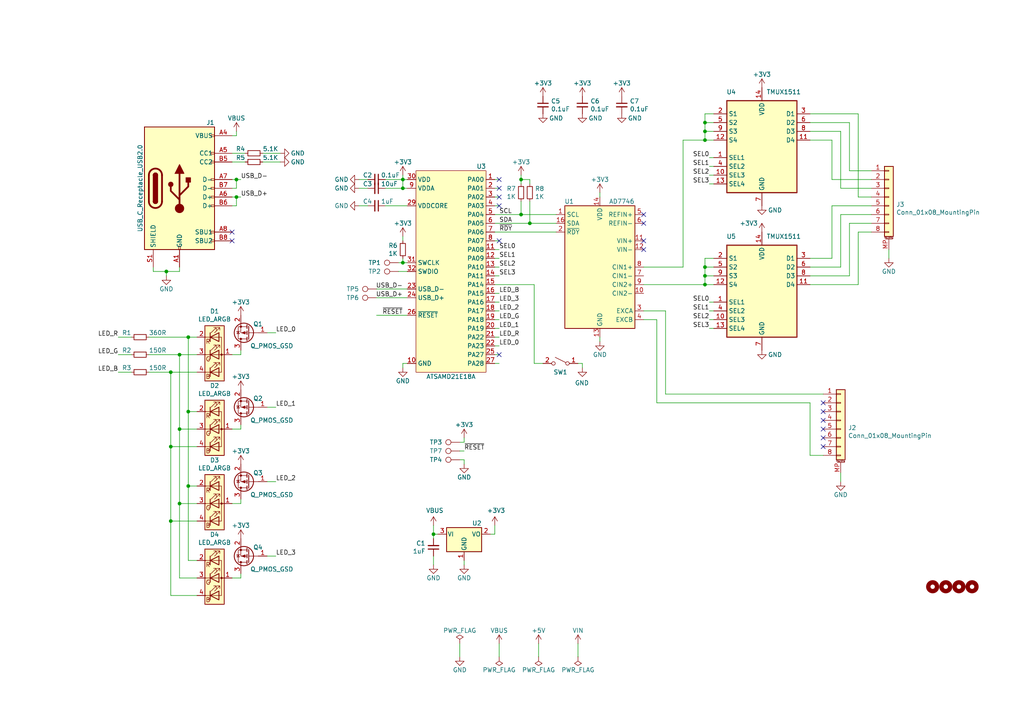
<source format=kicad_sch>
(kicad_sch (version 20200618) (host eeschema "5.99.0-unknown-73168a9~101~ubuntu18.04.1")
  (page 1 1)
  (paper "A4")
  (title_block (title "cap-sense-ctrl") (date "2020-07-09") (rev "r0.1") (company "GsD"))
  (lib_symbols
    (symbol "Analog_ADC:AD7746" (pin_names (offset 0.508))
      (property "Reference" "U" (at -10.16 18.415 0))
      (property "Value" "AD7746" (at 10.16 18.415 0))
      (symbol "AD7746_0_1"
        (rectangle (start -10.16 -17.78) (end 10.16 17.78) (stroke (width 0.254)) (fill (type background)))
      )
      (symbol "AD7746_1_1"
        (pin input line (at 12.7 15.24 180) (length 2.54) (name "SCL") (number "1"))
        (pin passive line (at -12.7 -7.62 0) (length 2.54) (name "CIN2-") (number "10"))
        (pin input line (at -12.7 7.62 0) (length 2.54) (name "VIN+") (number "11"))
        (pin input line (at -12.7 5.08 0) (length 2.54) (name "VIN-") (number "12"))
        (pin power_in line (at 0 -20.32 90) (length 2.54) (name "GND") (number "13"))
        (pin power_in line (at 0 20.32 270) (length 2.54) (name "VDD") (number "14"))
        (pin unconnected line (at 10.16 -15.24 180) (length 2.54) hide (name "NC") (number "15"))
        (pin bidirectional line (at 12.7 12.7 180) (length 2.54) (name "SDA") (number "16"))
        (pin output line (at 12.7 10.16 180) (length 2.54) (name "~RDY") (number "2"))
        (pin output line (at -12.7 -12.7 0) (length 2.54) (name "EXCA") (number "3"))
        (pin output line (at -12.7 -15.24 0) (length 2.54) (name "EXCB") (number "4"))
        (pin input line (at -12.7 15.24 0) (length 2.54) (name "REFIN+") (number "5"))
        (pin input line (at -12.7 12.7 0) (length 2.54) (name "REFIN-") (number "6"))
        (pin passive line (at -12.7 -2.54 0) (length 2.54) (name "CIN1-") (number "7"))
        (pin passive line (at -12.7 0 0) (length 2.54) (name "CIN1+") (number "8"))
        (pin passive line (at -12.7 -5.08 0) (length 2.54) (name "CIN2+") (number "9"))
      )
    )
    (symbol "Connector:TestPoint" (pin_numbers hide) (pin_names (offset 0.762) hide)
      (property "Reference" "TP" (at 0 6.858 0))
      (property "Value" "TestPoint" (at 0 5.08 0))
      (symbol "TestPoint_0_1"
        (circle (center 0 3.302) (radius 0.762))
      )
      (symbol "TestPoint_1_1"
        (pin passive line (at 0 0 90) (length 2.54) (name "1") (number "1"))
      )
    )
    (symbol "Connector:USB_C_Receptacle_USB2.0"
      (property "Reference" "J" (at -10.16 19.05 0))
      (property "Value" "USB_C_Receptacle_USB2.0" (at 19.05 19.05 0))
      (symbol "USB_C_Receptacle_USB2.0_0_1"
        (arc (start -8.89 -3.81) (end -5.08 -3.81) (radius (at -6.985 -3.81) (length 1.905) (angles -179.9 -0.1)) (stroke (width 0.508)))
        (arc (start -7.62 -3.81) (end -6.35 -3.81) (radius (at -6.985 -3.81) (length 0.635) (angles -179.9 -0.1)) (stroke (width 0.254)))
        (arc (start -7.62 -3.81) (end -6.35 -3.81) (radius (at -6.985 -3.81) (length 0.635) (angles -179.9 -0.1)) (stroke (width 0.254)) (fill (type outline)))
        (arc (start -6.35 3.81) (end -7.62 3.81) (radius (at -6.985 3.81) (length 0.635) (angles 0.1 179.9)) (stroke (width 0.254)) (fill (type outline)))
        (arc (start -6.35 3.81) (end -7.62 3.81) (radius (at -6.985 3.81) (length 0.635) (angles 0.1 179.9)) (stroke (width 0.254)))
        (arc (start -5.08 3.81) (end -8.89 3.81) (radius (at -6.985 3.81) (length 1.905) (angles 0.1 179.9)) (stroke (width 0.508)))
        (circle (center -2.54 1.143) (radius 0.635) (stroke (width 0.254)) (fill (type outline)))
        (circle (center 0 -5.842) (radius 1.27) (fill (type outline)))
        (rectangle (start -10.16 17.78) (end 10.16 -17.78) (stroke (width 0.254)) (fill (type background)))
        (rectangle (start -7.62 -3.81) (end -6.35 3.81) (stroke (width 0.254)) (fill (type outline)))
        (rectangle (start 1.905 1.778) (end 3.175 3.048) (stroke (width 0.254)) (fill (type outline)))
        (polyline (pts (xy -8.89 -3.81) (xy -8.89 3.81)) (stroke (width 0.508)))
        (polyline (pts (xy -5.08 3.81) (xy -5.08 -3.81)) (stroke (width 0.508)))
        (polyline (pts (xy 0 -5.842) (xy 0 4.318)) (stroke (width 0.508)))
        (polyline (pts (xy 0 -3.302) (xy -2.54 -0.762) (xy -2.54 0.508)) (stroke (width 0.508)))
        (polyline (pts (xy 0 -2.032) (xy 2.54 0.508) (xy 2.54 1.778)) (stroke (width 0.508)))
        (polyline (pts (xy -1.27 4.318) (xy 0 6.858) (xy 1.27 4.318) (xy -1.27 4.318)) (stroke (width 0.254)) (fill (type outline)))
      )
      (symbol "USB_C_Receptacle_USB2.0_0_0"
        (rectangle (start -0.254 -17.78) (end 0.254 -16.764))
        (rectangle (start 10.16 -14.986) (end 9.144 -15.494))
        (rectangle (start 10.16 -12.446) (end 9.144 -12.954))
        (rectangle (start 10.16 -4.826) (end 9.144 -5.334))
        (rectangle (start 10.16 -2.286) (end 9.144 -2.794))
        (rectangle (start 10.16 0.254) (end 9.144 -0.254))
        (rectangle (start 10.16 2.794) (end 9.144 2.286))
        (rectangle (start 10.16 7.874) (end 9.144 7.366))
        (rectangle (start 10.16 10.414) (end 9.144 9.906))
        (rectangle (start 10.16 15.494) (end 9.144 14.986))
      )
      (symbol "USB_C_Receptacle_USB2.0_1_1"
        (pin power_in line (at 0 -22.86 90) (length 5.08) (name "GND") (number "A1"))
        (pin passive line (at 0 -22.86 90) (length 5.08) hide (name "GND") (number "A12"))
        (pin power_in line (at 15.24 15.24 180) (length 5.08) (name "VBUS") (number "A4"))
        (pin bidirectional line (at 15.24 10.16 180) (length 5.08) (name "CC1") (number "A5"))
        (pin bidirectional line (at 15.24 -2.54 180) (length 5.08) (name "D+") (number "A6"))
        (pin bidirectional line (at 15.24 2.54 180) (length 5.08) (name "D-") (number "A7"))
        (pin bidirectional line (at 15.24 -12.7 180) (length 5.08) (name "SBU1") (number "A8"))
        (pin passive line (at 15.24 15.24 180) (length 5.08) hide (name "VBUS") (number "A9"))
        (pin passive line (at 0 -22.86 90) (length 5.08) hide (name "GND") (number "B1"))
        (pin passive line (at 0 -22.86 90) (length 5.08) hide (name "GND") (number "B12"))
        (pin passive line (at 15.24 15.24 180) (length 5.08) hide (name "VBUS") (number "B4"))
        (pin bidirectional line (at 15.24 7.62 180) (length 5.08) (name "CC2") (number "B5"))
        (pin bidirectional line (at 15.24 -5.08 180) (length 5.08) (name "D+") (number "B6"))
        (pin bidirectional line (at 15.24 0 180) (length 5.08) (name "D-") (number "B7"))
        (pin bidirectional line (at 15.24 -15.24 180) (length 5.08) (name "SBU2") (number "B8"))
        (pin passive line (at 15.24 15.24 180) (length 5.08) hide (name "VBUS") (number "B9"))
        (pin passive line (at -7.62 -22.86 90) (length 5.08) (name "SHIELD") (number "S1"))
      )
    )
    (symbol "Connector_Generic_MountingPin:Conn_01x08_MountingPin" (pin_names hide)
      (property "Reference" "J" (at 0 10.16 0))
      (property "Value" "Conn_01x08_MountingPin" (at 1.27 -12.7 0))
      (symbol "Conn_01x08_MountingPin_1_1"
        (text "Mounting" (at 0 -11.811 0) (effects (font (size 0.381 0.381))))
        (rectangle (start -1.27 -4.953) (end 0 -5.207) (stroke (width 0.1524)))
        (rectangle (start -1.27 -7.493) (end 0 -7.747) (stroke (width 0.1524)))
        (rectangle (start -1.27 -10.033) (end 0 -10.287) (stroke (width 0.1524)))
        (rectangle (start -1.27 -2.413) (end 0 -2.667) (stroke (width 0.1524)))
        (rectangle (start -1.27 2.667) (end 0 2.413) (stroke (width 0.1524)))
        (rectangle (start -1.27 5.207) (end 0 4.953) (stroke (width 0.1524)))
        (rectangle (start -1.27 7.747) (end 0 7.493) (stroke (width 0.1524)))
        (rectangle (start -1.27 8.89) (end 1.27 -11.43) (stroke (width 0.254)) (fill (type background)))
        (rectangle (start -1.27 0.127) (end 0 -0.127) (stroke (width 0.1524)))
        (polyline (pts (xy -1.016 -12.192) (xy 1.016 -12.192)) (stroke (width 0.1524)))
        (pin passive line (at 0 -15.24 90) (length 3.048) (name "MountPin") (number "MP"))
        (pin passive line (at -5.08 7.62 0) (length 3.81) (name "Pin_1") (number "1"))
        (pin passive line (at -5.08 5.08 0) (length 3.81) (name "Pin_2") (number "2"))
        (pin passive line (at -5.08 2.54 0) (length 3.81) (name "Pin_3") (number "3"))
        (pin passive line (at -5.08 0 0) (length 3.81) (name "Pin_4") (number "4"))
        (pin passive line (at -5.08 -2.54 0) (length 3.81) (name "Pin_5") (number "5"))
        (pin passive line (at -5.08 -5.08 0) (length 3.81) (name "Pin_6") (number "6"))
        (pin passive line (at -5.08 -7.62 0) (length 3.81) (name "Pin_7") (number "7"))
        (pin passive line (at -5.08 -10.16 0) (length 3.81) (name "Pin_8") (number "8"))
      )
    )
    (symbol "Device:C_Small" (pin_numbers hide) (pin_names (offset 0.254) hide)
      (property "Reference" "C" (at 0.254 1.778 0))
      (property "Value" "C_Small" (at 0.254 -2.032 0))
      (symbol "C_Small_0_1"
        (polyline (pts (xy -1.524 -0.508) (xy 1.524 -0.508)) (stroke (width 0.3302)))
        (polyline (pts (xy -1.524 0.508) (xy 1.524 0.508)) (stroke (width 0.3048)))
      )
      (symbol "C_Small_1_1"
        (pin passive line (at 0 2.54 270) (length 2.032) (name "~") (number "1"))
        (pin passive line (at 0 -2.54 90) (length 2.032) (name "~") (number "2"))
      )
    )
    (symbol "Device:LED_ARGB" (pin_names (offset 0) hide)
      (property "Reference" "D" (at 0 9.398 0))
      (property "Value" "LED_ARGB" (at 0 -8.89 0))
      (symbol "LED_ARGB_0_1"
        (circle (center 2.032 0) (radius 0.254) (fill (type outline)))
        (rectangle (start 1.27 6.35) (end 1.27 6.35))
        (rectangle (start 2.794 8.382) (end -2.794 -7.62) (stroke (width 0.254)) (fill (type background)))
        (polyline (pts (xy -2.54 -5.08) (xy 1.27 -5.08)))
        (polyline (pts (xy -1.27 -3.81) (xy -1.27 -6.35)) (stroke (width 0.254)))
        (polyline (pts (xy -1.27 1.27) (xy -1.27 -1.27)) (stroke (width 0.254)))
        (polyline (pts (xy -1.27 6.35) (xy -1.27 3.81)) (stroke (width 0.254)))
        (polyline (pts (xy 1.27 5.08) (xy -2.54 5.08)))
        (polyline (pts (xy 2.54 0) (xy -2.54 0)))
        (polyline (pts (xy 1.27 -5.08) (xy 2.032 -5.08) (xy 2.032 5.08) (xy 1.27 5.08)))
        (polyline (pts (xy 1.27 -3.81) (xy 1.27 -6.35) (xy -1.27 -5.08) (xy 1.27 -3.81)) (stroke (width 0.254)))
        (polyline (pts (xy 1.27 1.27) (xy 1.27 -1.27) (xy -1.27 0) (xy 1.27 1.27)) (stroke (width 0.254)))
        (polyline (pts (xy 1.27 6.35) (xy 1.27 3.81) (xy -1.27 5.08) (xy 1.27 6.35)) (stroke (width 0.254)))
        (polyline (pts (xy -1.016 -3.81) (xy 0.508 -2.286) (xy -0.254 -2.286) (xy 0.508 -2.286) (xy 0.508 -3.048)))
        (polyline (pts (xy -1.016 1.27) (xy 0.508 2.794) (xy -0.254 2.794) (xy 0.508 2.794) (xy 0.508 2.032)))
        (polyline (pts (xy -1.016 6.35) (xy 0.508 7.874) (xy -0.254 7.874) (xy 0.508 7.874) (xy 0.508 7.112)))
        (polyline (pts (xy 0 -3.81) (xy 1.524 -2.286) (xy 0.762 -2.286) (xy 1.524 -2.286) (xy 1.524 -3.048)))
        (polyline (pts (xy 0 1.27) (xy 1.524 2.794) (xy 0.762 2.794) (xy 1.524 2.794) (xy 1.524 2.032)))
        (polyline (pts (xy 0 6.35) (xy 1.524 7.874) (xy 0.762 7.874) (xy 1.524 7.874) (xy 1.524 7.112)))
      )
      (symbol "LED_ARGB_0_0"
        (text "B" (at -1.905 -6.35 0) (effects (font (size 1.27 1.27))))
        (text "G" (at -1.905 -1.27 0) (effects (font (size 1.27 1.27))))
        (text "R" (at -1.905 3.81 0) (effects (font (size 1.27 1.27))))
      )
      (symbol "LED_ARGB_1_1"
        (pin passive line (at 5.08 0 180) (length 2.54) (name "A") (number "1"))
        (pin passive line (at -5.08 5.08 0) (length 2.54) (name "RK") (number "2"))
        (pin passive line (at -5.08 0 0) (length 2.54) (name "GK") (number "3"))
        (pin passive line (at -5.08 -5.08 0) (length 2.54) (name "BK") (number "4"))
      )
    )
    (symbol "Device:Q_PMOS_GSD" (pin_names (offset 0) hide)
      (property "Reference" "Q" (at 5.08 1.27 0))
      (property "Value" "Q_PMOS_GSD" (at 5.08 -1.27 0))
      (symbol "Q_PMOS_GSD_0_1"
        (circle (center 1.651 0) (radius 2.794) (stroke (width 0.254)))
        (circle (center 2.54 -1.778) (radius 0.254) (fill (type outline)))
        (circle (center 2.54 1.778) (radius 0.254) (fill (type outline)))
        (polyline (pts (xy 0.254 0) (xy -2.54 0)))
        (polyline (pts (xy 0.254 1.905) (xy 0.254 -1.905)) (stroke (width 0.254)))
        (polyline (pts (xy 0.762 -1.27) (xy 0.762 -2.286)) (stroke (width 0.254)))
        (polyline (pts (xy 0.762 0.508) (xy 0.762 -0.508)) (stroke (width 0.254)))
        (polyline (pts (xy 0.762 2.286) (xy 0.762 1.27)) (stroke (width 0.254)))
        (polyline (pts (xy 2.54 2.54) (xy 2.54 1.778)))
        (polyline (pts (xy 2.54 -2.54) (xy 2.54 0) (xy 0.762 0)))
        (polyline (pts (xy 0.762 1.778) (xy 3.302 1.778) (xy 3.302 -1.778) (xy 0.762 -1.778)))
        (polyline (pts (xy 2.286 0) (xy 1.27 0.381) (xy 1.27 -0.381) (xy 2.286 0)) (fill (type outline)))
        (polyline (pts (xy 2.794 -0.508) (xy 2.921 -0.381) (xy 3.683 -0.381) (xy 3.81 -0.254)))
        (polyline (pts (xy 3.302 -0.381) (xy 2.921 0.254) (xy 3.683 0.254) (xy 3.302 -0.381)))
      )
      (symbol "Q_PMOS_GSD_1_1"
        (pin input line (at -5.08 0 0) (length 2.54) (name "G") (number "1"))
        (pin passive line (at 2.54 -5.08 90) (length 2.54) (name "S") (number "2"))
        (pin passive line (at 2.54 5.08 270) (length 2.54) (name "D") (number "3"))
      )
    )
    (symbol "Device:R_Small" (pin_numbers hide) (pin_names (offset 0.254) hide)
      (property "Reference" "R" (at 0.762 0.508 0))
      (property "Value" "R_Small" (at 0.762 -1.016 0))
      (symbol "R_Small_0_1"
        (rectangle (start -0.762 1.778) (end 0.762 -1.778) (stroke (width 0.2032)))
      )
      (symbol "R_Small_1_1"
        (pin passive line (at 0 2.54 270) (length 0.762) (name "~") (number "1"))
        (pin passive line (at 0 -2.54 90) (length 0.762) (name "~") (number "2"))
      )
    )
    (symbol "Mechanical:MountingHole"
      (property "Reference" "H" (at 0 5.08 0))
      (property "Value" "MountingHole" (at 0 3.175 0))
      (symbol "MountingHole_0_1"
        (circle (center 0 0) (radius 1.27) (stroke (width 1.27)))
      )
    )
    (symbol "Regulator_Linear:MCP1700-3302E_SOT23" (pin_names (offset 0.254))
      (property "Reference" "U" (at -3.81 3.175 0))
      (property "Value" "MCP1700-3302E_SOT23" (at 0 3.175 0))
      (symbol "MCP1700-3302E_SOT23_0_1"
        (rectangle (start -5.08 1.905) (end 5.08 -5.08) (stroke (width 0.254)) (fill (type background)))
      )
      (symbol "MCP1700-3302E_SOT23_1_1"
        (pin power_in line (at 0 -7.62 90) (length 2.54) (name "GND") (number "1"))
        (pin power_out line (at 7.62 0 180) (length 2.54) (name "VO") (number "2"))
        (pin power_in line (at -7.62 0 0) (length 2.54) (name "VI") (number "3"))
      )
    )
    (symbol "Switch:SW_SPST" (pin_names (offset 0) hide)
      (property "Reference" "SW" (at 0 3.175 0))
      (property "Value" "SW_SPST" (at 0 -2.54 0))
      (symbol "SW_SPST_0_0"
        (circle (center -2.032 0) (radius 0.508))
        (circle (center 2.032 0) (radius 0.508))
        (polyline (pts (xy -1.524 0.254) (xy 1.524 1.778)))
      )
      (symbol "SW_SPST_1_1"
        (pin passive line (at -5.08 0 0) (length 2.54) (name "A") (number "1"))
        (pin passive line (at 5.08 0 180) (length 2.54) (name "B") (number "2"))
      )
    )
    (symbol "cap-sense-flex:TMUX1511"
      (property "Reference" "U" (at -8.89 15.24 0))
      (property "Value" "TMUX1511" (at 6.35 15.24 0))
      (symbol "TMUX1511_0_1"
        (rectangle (start -10.16 13.97) (end 10.16 -12.7) (stroke (width 0.3302)) (fill (type background)))
      )
      (symbol "TMUX1511_1_1"
        (pin input line (at -13.97 -2.54 0) (length 3.81) (name "SEL1") (number "1"))
        (pin input line (at -13.97 10.16 0) (length 3.81) (name "S1") (number "2"))
        (pin input line (at 13.97 10.16 180) (length 3.81) (name "D1") (number "3"))
        (pin input line (at -13.97 -5.08 0) (length 3.81) (name "SEL2") (number "4"))
        (pin input line (at -13.97 7.62 0) (length 3.81) (name "S2") (number "5"))
        (pin input line (at 13.97 7.62 180) (length 3.81) (name "D2") (number "6"))
        (pin input line (at 0 -16.51 90) (length 3.81) (name "GND") (number "7"))
        (pin input line (at 13.97 5.08 180) (length 3.81) (name "D3") (number "8"))
        (pin input line (at -13.97 5.08 0) (length 3.81) (name "S3") (number "9"))
        (pin input line (at -13.97 -7.62 0) (length 3.81) (name "SEL3") (number "10"))
        (pin input line (at 13.97 2.54 180) (length 3.81) (name "D4") (number "11"))
        (pin input line (at -13.97 2.54 0) (length 3.81) (name "S4") (number "12"))
        (pin input line (at -13.97 -10.16 0) (length 3.81) (name "SEL4") (number "13"))
        (pin input line (at 0 17.78 270) (length 3.81) (name "VDD") (number "14"))
      )
    )
    (symbol "power:+3.3V" (power) (pin_names (offset 0))
      (property "Value" "+3.3V" (at 0 3.556 0))
      (symbol "+3.3V_0_1"
        (polyline (pts (xy -0.762 1.27) (xy 0 2.54)))
        (polyline (pts (xy 0 0) (xy 0 2.54)))
        (polyline (pts (xy 0 2.54) (xy 0.762 1.27)))
      )
      (symbol "+3.3V_1_1"
        (pin power_in line (at 0 0 90) (length 0) hide (name "+3V3") (number "1"))
      )
    )
    (symbol "power:+5V" (power) (pin_names (offset 0))
      (property "Value" "+5V" (at 0 3.556 0))
      (symbol "+5V_0_1"
        (polyline (pts (xy -0.762 1.27) (xy 0 2.54)))
        (polyline (pts (xy 0 0) (xy 0 2.54)))
        (polyline (pts (xy 0 2.54) (xy 0.762 1.27)))
      )
      (symbol "+5V_1_1"
        (pin power_in line (at 0 0 90) (length 0) hide (name "+5V") (number "1"))
      )
    )
    (symbol "power:GND" (power) (pin_names (offset 0))
      (property "Value" "GND" (at 0 -3.81 0))
      (symbol "GND_0_1"
        (polyline (pts (xy 0 0) (xy 0 -1.27) (xy 1.27 -1.27) (xy 0 -2.54) (xy -1.27 -1.27) (xy 0 -1.27)))
      )
      (symbol "GND_1_1"
        (pin power_in line (at 0 0 270) (length 0) hide (name "GND") (number "1"))
      )
    )
    (symbol "power:PWR_FLAG" (power) (pin_numbers hide) (pin_names (offset 0) hide)
      (property "Value" "PWR_FLAG" (at 0 3.81 0))
      (symbol "PWR_FLAG_0_1"
        (polyline (pts (xy 0 0) (xy 0 1.27) (xy -1.016 1.905) (xy 0 2.54) (xy 1.016 1.905) (xy 0 1.27)))
      )
      (symbol "PWR_FLAG_0_0"
        (pin power_out line (at 0 0 90) (length 0) (name "pwr") (number "1"))
      )
    )
    (symbol "power:VBUS" (power) (pin_names (offset 0))
      (property "Value" "VBUS" (at 0 3.81 0))
      (symbol "VBUS_0_1"
        (polyline (pts (xy -0.762 1.27) (xy 0 2.54)))
        (polyline (pts (xy 0 0) (xy 0 2.54)))
        (polyline (pts (xy 0 2.54) (xy 0.762 1.27)))
      )
      (symbol "VBUS_1_1"
        (pin power_in line (at 0 0 90) (length 0) hide (name "VBUS") (number "1"))
      )
    )
    (symbol "serpente-rescue:ATSAMD21E1xA-MCU_Microchip_SAMD_Extra"
      (property "Reference" "U" (at 10.16 31.75 0))
      (property "Value" "ATSAMD21E1xA-MCU_Microchip_SAMD_Extra" (at 0 -29.21 0))
      (symbol "ATSAMD21E1xA-MCU_Microchip_SAMD_Extra_0_1"
        (rectangle (start -10.16 30.48) (end 10.16 -27.94) (fill (type background)))
      )
      (symbol "ATSAMD21E1xA-MCU_Microchip_SAMD_Extra_1_1"
        (pin bidirectional line (at 12.7 27.94 180) (length 2.54) (name "PA00") (number "1"))
        (pin power_in line (at -12.7 -25.4 0) (length 2.54) (name "GND") (number "10"))
        (pin bidirectional line (at 12.7 7.62 180) (length 2.54) (name "PA08") (number "11"))
        (pin bidirectional line (at 12.7 5.08 180) (length 2.54) (name "PA09") (number "12"))
        (pin bidirectional line (at 12.7 2.54 180) (length 2.54) (name "PA10") (number "13"))
        (pin bidirectional line (at 12.7 0 180) (length 2.54) (name "PA11") (number "14"))
        (pin bidirectional line (at 12.7 -2.54 180) (length 2.54) (name "PA14") (number "15"))
        (pin bidirectional line (at 12.7 -5.08 180) (length 2.54) (name "PA15") (number "16"))
        (pin bidirectional line (at 12.7 -7.62 180) (length 2.54) (name "PA16") (number "17"))
        (pin bidirectional line (at 12.7 -10.16 180) (length 2.54) (name "PA17") (number "18"))
        (pin bidirectional line (at 12.7 -12.7 180) (length 2.54) (name "PA18") (number "19"))
        (pin bidirectional line (at 12.7 25.4 180) (length 2.54) (name "PA01") (number "2"))
        (pin bidirectional line (at 12.7 -15.24 180) (length 2.54) (name "PA19") (number "20"))
        (pin bidirectional line (at 12.7 -17.78 180) (length 2.54) (name "PA22") (number "21"))
        (pin bidirectional line (at 12.7 -20.32 180) (length 2.54) (name "PA23") (number "22"))
        (pin bidirectional line (at -12.7 -3.81 0) (length 2.54) (name "USB_D-") (number "23"))
        (pin bidirectional line (at -12.7 -6.35 0) (length 2.54) (name "USB_D+") (number "24"))
        (pin bidirectional line (at 12.7 -22.86 180) (length 2.54) (name "PA27") (number "25"))
        (pin input line (at -12.7 -11.43 0) (length 2.54) (name "~RESET~") (number "26"))
        (pin bidirectional line (at 12.7 -25.4 180) (length 2.54) (name "PA28") (number "27"))
        (pin passive line (at -12.7 -25.4 0) (length 2.54) hide (name "GND") (number "28"))
        (pin power_out line (at -12.7 20.32 0) (length 2.54) (name "VDDCORE") (number "29"))
        (pin bidirectional line (at 12.7 22.86 180) (length 2.54) (name "PA02") (number "3"))
        (pin power_in line (at -12.7 27.94 0) (length 2.54) (name "VDD") (number "30"))
        (pin input line (at -12.7 3.81 0) (length 2.54) (name "SWCLK") (number "31"))
        (pin bidirectional line (at -12.7 1.27 0) (length 2.54) (name "SWDIO") (number "32"))
        (pin bidirectional line (at 12.7 20.32 180) (length 2.54) (name "PA03") (number "4"))
        (pin bidirectional line (at 12.7 17.78 180) (length 2.54) (name "PA04") (number "5"))
        (pin bidirectional line (at 12.7 15.24 180) (length 2.54) (name "PA05") (number "6"))
        (pin bidirectional line (at 12.7 12.7 180) (length 2.54) (name "PA06") (number "7"))
        (pin bidirectional line (at 12.7 10.16 180) (length 2.54) (name "PA07") (number "8"))
        (pin power_in line (at -12.7 25.4 0) (length 2.54) (name "VDDA") (number "9"))
      )
    )
    (symbol "serpente-rescue:VIN-power_extra" (power) (pin_names (offset 0))
      (property "Value" "VIN-power_extra" (at 0 3.556 0))
      (symbol "VIN-power_extra_0_1"
        (polyline (pts (xy -0.762 1.27) (xy 0 2.54)))
        (polyline (pts (xy 0 0) (xy 0 2.54)))
        (polyline (pts (xy 0 2.54) (xy 0.762 1.27)))
      )
      (symbol "VIN-power_extra_1_1"
        (pin power_in line (at 0 0 90) (length 0) hide (name "VIN") (number "1"))
      )
    )
  )
  (junction (at 48.26 78.74))
  (junction (at 49.53 107.95))
  (junction (at 49.53 129.54))
  (junction (at 49.53 151.13))
  (junction (at 52.07 102.87))
  (junction (at 52.07 124.46))
  (junction (at 52.07 146.05))
  (junction (at 54.61 97.79))
  (junction (at 54.61 119.38))
  (junction (at 54.61 140.97))
  (junction (at 68.58 52.07))
  (junction (at 68.58 57.15))
  (junction (at 116.84 52.07))
  (junction (at 116.84 54.61))
  (junction (at 116.84 76.2))
  (junction (at 125.73 154.94))
  (junction (at 151.13 52.07))
  (junction (at 151.13 62.23))
  (junction (at 153.67 64.77))
  (junction (at 204.47 35.56))
  (junction (at 204.47 38.1))
  (junction (at 204.47 40.64))
  (junction (at 204.47 77.47))
  (junction (at 204.47 80.01))
  (junction (at 204.47 82.55))
  (no_connect (at 238.76 124.46))
  (no_connect (at 186.69 69.85))
  (no_connect (at 238.76 119.38))
  (no_connect (at 144.78 69.85))
  (no_connect (at 144.78 57.15))
  (no_connect (at 238.76 121.92))
  (no_connect (at 144.78 102.87))
  (no_connect (at 144.78 52.07))
  (no_connect (at 186.69 64.77))
  (no_connect (at 144.78 54.61))
  (no_connect (at 67.31 69.85))
  (no_connect (at 186.69 72.39))
  (no_connect (at 144.78 59.69))
  (no_connect (at 238.76 116.84))
  (no_connect (at 186.69 62.23))
  (no_connect (at 238.76 127))
  (no_connect (at 238.76 129.54))
  (no_connect (at 67.31 67.31))
  (wire (pts (xy 34.29 107.95) (xy 38.1 107.95)))
  (wire (pts (xy 38.1 97.79) (xy 34.29 97.79)))
  (wire (pts (xy 38.1 102.87) (xy 34.29 102.87)))
  (wire (pts (xy 43.18 97.79) (xy 54.61 97.79)))
  (wire (pts (xy 43.18 102.87) (xy 52.07 102.87)))
  (wire (pts (xy 43.18 107.95) (xy 49.53 107.95)))
  (wire (pts (xy 44.45 77.47) (xy 44.45 78.74)))
  (wire (pts (xy 44.45 78.74) (xy 48.26 78.74)))
  (wire (pts (xy 48.26 78.74) (xy 48.26 80.01)))
  (wire (pts (xy 48.26 78.74) (xy 52.07 78.74)))
  (wire (pts (xy 49.53 107.95) (xy 49.53 129.54)))
  (wire (pts (xy 49.53 107.95) (xy 57.15 107.95)))
  (wire (pts (xy 49.53 129.54) (xy 49.53 151.13)))
  (wire (pts (xy 49.53 129.54) (xy 57.15 129.54)))
  (wire (pts (xy 49.53 151.13) (xy 49.53 172.72)))
  (wire (pts (xy 49.53 151.13) (xy 57.15 151.13)))
  (wire (pts (xy 49.53 172.72) (xy 57.15 172.72)))
  (wire (pts (xy 52.07 78.74) (xy 52.07 77.47)))
  (wire (pts (xy 52.07 102.87) (xy 52.07 124.46)))
  (wire (pts (xy 52.07 102.87) (xy 57.15 102.87)))
  (wire (pts (xy 52.07 124.46) (xy 52.07 146.05)))
  (wire (pts (xy 52.07 124.46) (xy 57.15 124.46)))
  (wire (pts (xy 52.07 146.05) (xy 52.07 167.64)))
  (wire (pts (xy 52.07 146.05) (xy 57.15 146.05)))
  (wire (pts (xy 52.07 167.64) (xy 57.15 167.64)))
  (wire (pts (xy 54.61 97.79) (xy 54.61 119.38)))
  (wire (pts (xy 54.61 97.79) (xy 57.15 97.79)))
  (wire (pts (xy 54.61 119.38) (xy 54.61 140.97)))
  (wire (pts (xy 54.61 119.38) (xy 57.15 119.38)))
  (wire (pts (xy 54.61 140.97) (xy 54.61 162.56)))
  (wire (pts (xy 54.61 140.97) (xy 57.15 140.97)))
  (wire (pts (xy 54.61 162.56) (xy 57.15 162.56)))
  (wire (pts (xy 67.31 39.37) (xy 68.58 39.37)))
  (wire (pts (xy 67.31 44.45) (xy 71.12 44.45)))
  (wire (pts (xy 67.31 46.99) (xy 71.12 46.99)))
  (wire (pts (xy 67.31 52.07) (xy 68.58 52.07)))
  (wire (pts (xy 67.31 54.61) (xy 68.58 54.61)))
  (wire (pts (xy 67.31 59.69) (xy 68.58 59.69)))
  (wire (pts (xy 67.31 102.87) (xy 69.85 102.87)))
  (wire (pts (xy 67.31 124.46) (xy 69.85 124.46)))
  (wire (pts (xy 67.31 146.05) (xy 69.85 146.05)))
  (wire (pts (xy 67.31 167.64) (xy 69.85 167.64)))
  (wire (pts (xy 68.58 39.37) (xy 68.58 38.1)))
  (wire (pts (xy 68.58 52.07) (xy 69.85 52.07)))
  (wire (pts (xy 68.58 54.61) (xy 68.58 52.07)))
  (wire (pts (xy 68.58 57.15) (xy 67.31 57.15)))
  (wire (pts (xy 68.58 57.15) (xy 69.85 57.15)))
  (wire (pts (xy 68.58 59.69) (xy 68.58 57.15)))
  (wire (pts (xy 69.85 102.87) (xy 69.85 101.6)))
  (wire (pts (xy 69.85 124.46) (xy 69.85 123.19)))
  (wire (pts (xy 69.85 146.05) (xy 69.85 144.78)))
  (wire (pts (xy 69.85 167.64) (xy 69.85 166.37)))
  (wire (pts (xy 76.2 44.45) (xy 81.28 44.45)))
  (wire (pts (xy 76.2 46.99) (xy 81.28 46.99)))
  (wire (pts (xy 77.47 96.52) (xy 80.01 96.52)))
  (wire (pts (xy 77.47 118.11) (xy 80.01 118.11)))
  (wire (pts (xy 77.47 139.7) (xy 80.01 139.7)))
  (wire (pts (xy 77.47 161.29) (xy 80.01 161.29)))
  (wire (pts (xy 106.68 52.07) (xy 104.14 52.07)))
  (wire (pts (xy 106.68 54.61) (xy 104.14 54.61)))
  (wire (pts (xy 106.68 59.69) (xy 104.14 59.69)))
  (wire (pts (xy 109.22 83.82) (xy 118.11 83.82)))
  (wire (pts (xy 109.22 86.36) (xy 118.11 86.36)))
  (wire (pts (xy 109.22 91.44) (xy 118.11 91.44)))
  (wire (pts (xy 111.76 54.61) (xy 116.84 54.61)))
  (wire (pts (xy 116.84 52.07) (xy 111.76 52.07)))
  (wire (pts (xy 116.84 52.07) (xy 116.84 50.8)))
  (wire (pts (xy 116.84 54.61) (xy 116.84 52.07)))
  (wire (pts (xy 116.84 69.85) (xy 116.84 68.58)))
  (wire (pts (xy 116.84 76.2) (xy 115.57 76.2)))
  (wire (pts (xy 116.84 76.2) (xy 116.84 74.93)))
  (wire (pts (xy 116.84 105.41) (xy 116.84 106.68)))
  (wire (pts (xy 118.11 52.07) (xy 116.84 52.07)))
  (wire (pts (xy 118.11 54.61) (xy 116.84 54.61)))
  (wire (pts (xy 118.11 59.69) (xy 111.76 59.69)))
  (wire (pts (xy 118.11 76.2) (xy 116.84 76.2)))
  (wire (pts (xy 118.11 78.74) (xy 115.57 78.74)))
  (wire (pts (xy 118.11 105.41) (xy 116.84 105.41)))
  (wire (pts (xy 125.73 152.4) (xy 125.73 154.94)))
  (wire (pts (xy 125.73 154.94) (xy 125.73 156.21)))
  (wire (pts (xy 125.73 161.29) (xy 125.73 163.83)))
  (wire (pts (xy 127 154.94) (xy 125.73 154.94)))
  (wire (pts (xy 133.35 128.27) (xy 134.62 128.27)))
  (wire (pts (xy 133.35 130.81) (xy 134.62 130.81)))
  (wire (pts (xy 133.35 133.35) (xy 134.62 133.35)))
  (wire (pts (xy 133.35 186.69) (xy 133.35 190.5)))
  (wire (pts (xy 134.62 128.27) (xy 134.62 127)))
  (wire (pts (xy 134.62 133.35) (xy 134.62 134.62)))
  (wire (pts (xy 134.62 162.56) (xy 134.62 163.83)))
  (wire (pts (xy 142.24 154.94) (xy 143.51 154.94)))
  (wire (pts (xy 143.51 52.07) (xy 144.78 52.07)))
  (wire (pts (xy 143.51 54.61) (xy 144.78 54.61)))
  (wire (pts (xy 143.51 57.15) (xy 144.78 57.15)))
  (wire (pts (xy 143.51 59.69) (xy 144.78 59.69)))
  (wire (pts (xy 143.51 62.23) (xy 151.13 62.23)))
  (wire (pts (xy 143.51 64.77) (xy 153.67 64.77)))
  (wire (pts (xy 143.51 67.31) (xy 161.29 67.31)))
  (wire (pts (xy 143.51 69.85) (xy 144.78 69.85)))
  (wire (pts (xy 143.51 72.39) (xy 144.78 72.39)))
  (wire (pts (xy 143.51 74.93) (xy 144.78 74.93)))
  (wire (pts (xy 143.51 77.47) (xy 144.78 77.47)))
  (wire (pts (xy 143.51 80.01) (xy 144.78 80.01)))
  (wire (pts (xy 143.51 82.55) (xy 154.94 82.55)))
  (wire (pts (xy 143.51 85.09) (xy 144.78 85.09)))
  (wire (pts (xy 143.51 87.63) (xy 144.78 87.63)))
  (wire (pts (xy 143.51 90.17) (xy 144.78 90.17)))
  (wire (pts (xy 143.51 92.71) (xy 144.78 92.71)))
  (wire (pts (xy 143.51 95.25) (xy 144.78 95.25)))
  (wire (pts (xy 143.51 97.79) (xy 144.78 97.79)))
  (wire (pts (xy 143.51 100.33) (xy 144.78 100.33)))
  (wire (pts (xy 143.51 102.87) (xy 144.78 102.87)))
  (wire (pts (xy 143.51 105.41) (xy 144.78 105.41)))
  (wire (pts (xy 143.51 154.94) (xy 143.51 152.4)))
  (wire (pts (xy 144.78 186.69) (xy 144.78 190.5)))
  (wire (pts (xy 151.13 52.07) (xy 151.13 50.8)))
  (wire (pts (xy 151.13 52.07) (xy 153.67 52.07)))
  (wire (pts (xy 151.13 53.34) (xy 151.13 52.07)))
  (wire (pts (xy 151.13 58.42) (xy 151.13 62.23)))
  (wire (pts (xy 151.13 62.23) (xy 161.29 62.23)))
  (wire (pts (xy 153.67 53.34) (xy 153.67 52.07)))
  (wire (pts (xy 153.67 58.42) (xy 153.67 64.77)))
  (wire (pts (xy 153.67 64.77) (xy 161.29 64.77)))
  (wire (pts (xy 154.94 82.55) (xy 154.94 105.41)))
  (wire (pts (xy 154.94 105.41) (xy 157.48 105.41)))
  (wire (pts (xy 156.21 186.69) (xy 156.21 190.5)))
  (wire (pts (xy 167.64 105.41) (xy 168.91 105.41)))
  (wire (pts (xy 167.64 186.69) (xy 167.64 190.5)))
  (wire (pts (xy 168.91 105.41) (xy 168.91 106.68)))
  (wire (pts (xy 173.99 55.88) (xy 173.99 57.15)))
  (wire (pts (xy 173.99 97.79) (xy 173.99 99.06)))
  (wire (pts (xy 186.69 82.55) (xy 204.47 82.55)))
  (wire (pts (xy 186.69 92.71) (xy 190.5 92.71)))
  (wire (pts (xy 190.5 92.71) (xy 190.5 116.84)))
  (wire (pts (xy 190.5 116.84) (xy 234.95 116.84)))
  (wire (pts (xy 193.04 90.17) (xy 186.69 90.17)))
  (wire (pts (xy 193.04 114.3) (xy 193.04 90.17)))
  (wire (pts (xy 193.04 114.3) (xy 238.76 114.3)))
  (wire (pts (xy 198.12 40.64) (xy 198.12 77.47)))
  (wire (pts (xy 198.12 77.47) (xy 186.69 77.47)))
  (wire (pts (xy 204.47 33.02) (xy 204.47 35.56)))
  (wire (pts (xy 204.47 35.56) (xy 204.47 38.1)))
  (wire (pts (xy 204.47 38.1) (xy 204.47 40.64)))
  (wire (pts (xy 204.47 40.64) (xy 198.12 40.64)))
  (wire (pts (xy 204.47 74.93) (xy 204.47 77.47)))
  (wire (pts (xy 204.47 77.47) (xy 204.47 80.01)))
  (wire (pts (xy 204.47 80.01) (xy 204.47 82.55)))
  (wire (pts (xy 204.47 82.55) (xy 207.01 82.55)))
  (wire (pts (xy 207.01 33.02) (xy 204.47 33.02)))
  (wire (pts (xy 207.01 35.56) (xy 204.47 35.56)))
  (wire (pts (xy 207.01 38.1) (xy 204.47 38.1)))
  (wire (pts (xy 207.01 40.64) (xy 204.47 40.64)))
  (wire (pts (xy 207.01 45.72) (xy 205.74 45.72)))
  (wire (pts (xy 207.01 48.26) (xy 205.74 48.26)))
  (wire (pts (xy 207.01 50.8) (xy 205.74 50.8)))
  (wire (pts (xy 207.01 53.34) (xy 205.74 53.34)))
  (wire (pts (xy 207.01 74.93) (xy 204.47 74.93)))
  (wire (pts (xy 207.01 77.47) (xy 204.47 77.47)))
  (wire (pts (xy 207.01 80.01) (xy 204.47 80.01)))
  (wire (pts (xy 207.01 87.63) (xy 205.74 87.63)))
  (wire (pts (xy 207.01 90.17) (xy 205.74 90.17)))
  (wire (pts (xy 207.01 92.71) (xy 205.74 92.71)))
  (wire (pts (xy 207.01 95.25) (xy 205.74 95.25)))
  (wire (pts (xy 234.95 33.02) (xy 248.92 33.02)))
  (wire (pts (xy 234.95 38.1) (xy 243.84 38.1)))
  (wire (pts (xy 234.95 74.93) (xy 241.3 74.93)))
  (wire (pts (xy 234.95 80.01) (xy 246.38 80.01)))
  (wire (pts (xy 234.95 82.55) (xy 248.92 82.55)))
  (wire (pts (xy 234.95 116.84) (xy 234.95 132.08)))
  (wire (pts (xy 234.95 132.08) (xy 238.76 132.08)))
  (wire (pts (xy 241.3 40.64) (xy 234.95 40.64)))
  (wire (pts (xy 241.3 40.64) (xy 241.3 52.07)))
  (wire (pts (xy 241.3 52.07) (xy 252.73 52.07)))
  (wire (pts (xy 241.3 59.69) (xy 252.73 59.69)))
  (wire (pts (xy 241.3 74.93) (xy 241.3 59.69)))
  (wire (pts (xy 243.84 38.1) (xy 243.84 54.61)))
  (wire (pts (xy 243.84 54.61) (xy 252.73 54.61)))
  (wire (pts (xy 243.84 62.23) (xy 243.84 77.47)))
  (wire (pts (xy 243.84 77.47) (xy 234.95 77.47)))
  (wire (pts (xy 243.84 137.16) (xy 243.84 139.7)))
  (wire (pts (xy 246.38 35.56) (xy 234.95 35.56)))
  (wire (pts (xy 246.38 35.56) (xy 246.38 49.53)))
  (wire (pts (xy 246.38 49.53) (xy 252.73 49.53)))
  (wire (pts (xy 246.38 64.77) (xy 252.73 64.77)))
  (wire (pts (xy 246.38 80.01) (xy 246.38 64.77)))
  (wire (pts (xy 248.92 33.02) (xy 248.92 57.15)))
  (wire (pts (xy 248.92 57.15) (xy 252.73 57.15)))
  (wire (pts (xy 248.92 67.31) (xy 252.73 67.31)))
  (wire (pts (xy 248.92 82.55) (xy 248.92 67.31)))
  (wire (pts (xy 252.73 62.23) (xy 243.84 62.23)))
  (wire (pts (xy 257.81 72.39) (xy 257.81 74.93)))
  (label "LED_R" (at 34.29 97.79 180))
  (label "LED_G" (at 34.29 102.87 180))
  (label "LED_B" (at 34.29 107.95 180))
  (label "USB_D-" (at 69.85 52.07 0))
  (label "USB_D+" (at 69.85 57.15 0))
  (label "LED_0" (at 80.01 96.52 0))
  (label "LED_1" (at 80.01 118.11 0))
  (label "LED_2" (at 80.01 139.7 0))
  (label "LED_3" (at 80.01 161.29 0))
  (label "USB_D-" (at 116.84 83.82 180))
  (label "USB_D+" (at 116.84 86.36 180))
  (label "~RESET~" (at 116.84 91.44 180))
  (label "~RESET~" (at 134.62 130.81 0))
  (label "SCL" (at 144.78 62.23 0))
  (label "SDA" (at 144.78 64.77 0))
  (label "~RDY" (at 144.78 67.31 0))
  (label "SEL0" (at 144.78 72.39 0))
  (label "SEL1" (at 144.78 74.93 0))
  (label "SEL2" (at 144.78 77.47 0))
  (label "SEL3" (at 144.78 80.01 0))
  (label "LED_B" (at 144.78 85.09 0))
  (label "LED_3" (at 144.78 87.63 0))
  (label "LED_2" (at 144.78 90.17 0))
  (label "LED_G" (at 144.78 92.71 0))
  (label "LED_1" (at 144.78 95.25 0))
  (label "LED_R" (at 144.78 97.79 0))
  (label "LED_0" (at 144.78 100.33 0))
  (label "SEL0" (at 205.74 45.72 180))
  (label "SEL1" (at 205.74 48.26 180))
  (label "SEL2" (at 205.74 50.8 180))
  (label "SEL3" (at 205.74 53.34 180))
  (label "SEL0" (at 205.74 87.63 180))
  (label "SEL1" (at 205.74 90.17 180))
  (label "SEL2" (at 205.74 92.71 180))
  (label "SEL3" (at 205.74 95.25 180))
  (symbol (lib_id "power:PWR_FLAG") (at 133.35 186.69 0) (unit 1)
    (property "Reference" "#FLG0103" (effects hide))
    (property "Value" "PWR_FLAG" (at 133.35 182.88 0))
  )
  (symbol (lib_id "power:PWR_FLAG") (at 144.78 190.5 180) (unit 1)
    (property "Reference" "#FLG0102" (effects hide))
    (property "Value" "PWR_FLAG" (at 144.78 194.31 0))
  )
  (symbol (lib_id "power:PWR_FLAG") (at 156.21 190.5 180) (unit 1)
    (property "Reference" "#FLG0101" (effects hide))
    (property "Value" "PWR_FLAG" (at 156.21 194.31 0))
  )
  (symbol (lib_id "power:PWR_FLAG") (at 167.64 190.5 180) (unit 1)
    (property "Reference" "#FLG0104" (effects hide))
    (property "Value" "PWR_FLAG" (at 167.64 194.31 0))
  )
  (symbol (lib_id "Connector:TestPoint") (at 109.22 83.82 90) (unit 1)
    (property "Reference" "TP5" (at 104.14 83.82 90) (effects (justify left)))
    (property "Value" "TP_USB_D-" (effects hide))
    (property "Footprint" "TestPoint:TestPoint_Pad_D1.0mm" (effects hide))
  )
  (symbol (lib_id "Connector:TestPoint") (at 109.22 86.36 90) (unit 1)
    (property "Reference" "TP6" (at 104.14 86.36 90) (effects (justify left)))
    (property "Value" "TP_USB_D+" (effects hide))
    (property "Footprint" "TestPoint:TestPoint_Pad_D1.0mm" (effects hide))
  )
  (symbol (lib_id "Connector:TestPoint") (at 115.57 76.2 90) (unit 1)
    (property "Reference" "TP1" (at 110.49 76.2 90) (effects (justify left)))
    (property "Value" "TP_SWCLK" (effects hide))
    (property "Footprint" "TestPoint:TestPoint_Pad_D1.0mm" (effects hide))
  )
  (symbol (lib_id "Connector:TestPoint") (at 115.57 78.74 90) (unit 1)
    (property "Reference" "TP2" (at 110.49 78.74 90) (effects (justify left)))
    (property "Value" "TP_SWDIO" (effects hide))
    (property "Footprint" "TestPoint:TestPoint_Pad_D1.0mm" (effects hide))
  )
  (symbol (lib_id "Connector:TestPoint") (at 133.35 128.27 90) (unit 1)
    (property "Reference" "TP3" (at 128.27 128.27 90) (effects (justify left)))
    (property "Value" "TP_VDD" (effects hide))
    (property "Footprint" "TestPoint:TestPoint_Pad_D1.0mm" (effects hide))
  )
  (symbol (lib_id "Connector:TestPoint") (at 133.35 130.81 90) (unit 1)
    (property "Reference" "TP7" (at 128.27 130.81 90) (effects (justify left)))
    (property "Value" "TP_RESET" (effects hide))
    (property "Footprint" "TestPoint:TestPoint_Pad_D1.0mm" (effects hide))
  )
  (symbol (lib_id "Connector:TestPoint") (at 133.35 133.35 90) (unit 1)
    (property "Reference" "TP4" (at 128.27 133.35 90) (effects (justify left)))
    (property "Value" "TP_GND" (effects hide))
    (property "Footprint" "TestPoint:TestPoint_Pad_D1.0mm" (effects hide))
  )
  (symbol (lib_id "power:VBUS") (at 68.58 38.1 0) (unit 1)
    (property "Reference" "#PWR012" (effects hide))
    (property "Value" "VBUS" (at 68.58 34.29 0))
  )
  (symbol (lib_id "power:+3.3V") (at 69.85 91.44 0) (unit 1)
    (property "Reference" "#PWR010" (effects hide))
    (property "Value" "+3.3V" (at 69.85 87.63 0))
  )
  (symbol (lib_id "power:+3.3V") (at 69.85 113.03 0) (unit 1)
    (property "Reference" "#PWR0104" (effects hide))
    (property "Value" "+3.3V" (at 69.85 109.22 0))
  )
  (symbol (lib_id "power:+3.3V") (at 69.85 134.62 0) (unit 1)
    (property "Reference" "#PWR0107" (effects hide))
    (property "Value" "+3.3V" (at 69.85 130.81 0))
  )
  (symbol (lib_id "power:+3.3V") (at 69.85 156.21 0) (unit 1)
    (property "Reference" "#PWR0106" (effects hide))
    (property "Value" "+3.3V" (at 69.85 152.4 0))
  )
  (symbol (lib_id "power:+3.3V") (at 116.84 50.8 0) (unit 1)
    (property "Reference" "#PWR019" (effects hide))
    (property "Value" "+3.3V" (at 116.84 46.99 0))
  )
  (symbol (lib_id "power:+3.3V") (at 116.84 68.58 0) (unit 1)
    (property "Reference" "#PWR020" (effects hide))
    (property "Value" "+3.3V" (at 116.84 64.77 0))
  )
  (symbol (lib_id "power:VBUS") (at 125.73 152.4 0) (unit 1)
    (property "Reference" "#PWR02" (effects hide))
    (property "Value" "VBUS" (at 126.0983 148.0756 0))
  )
  (symbol (lib_id "power:+3.3V") (at 134.62 127 0) (unit 1)
    (property "Reference" "#PWR022" (effects hide))
    (property "Value" "+3.3V" (at 134.62 123.19 0))
  )
  (symbol (lib_id "power:+3.3V") (at 143.51 152.4 0) (unit 1)
    (property "Reference" "#PWR011" (effects hide))
    (property "Value" "+3.3V" (at 143.8783 148.0756 0))
  )
  (symbol (lib_id "power:VBUS") (at 144.78 186.69 0) (unit 1)
    (property "Reference" "#PWR0102" (effects hide))
    (property "Value" "VBUS" (at 144.78 182.88 0))
  )
  (symbol (lib_id "power:+3.3V") (at 151.13 50.8 0) (unit 1)
    (property "Reference" "#PWR0119" (effects hide))
    (property "Value" "+3.3V" (at 151.13 46.99 0))
  )
  (symbol (lib_id "power:+5V") (at 156.21 186.69 0) (unit 1)
    (property "Reference" "#PWR0101" (effects hide))
    (property "Value" "+5V" (at 156.21 182.88 0))
  )
  (symbol (lib_id "power:+3.3V") (at 157.48 27.94 0) (unit 1)
    (property "Reference" "#PWR0114" (effects hide))
    (property "Value" "+3.3V" (at 157.48 24.13 0))
  )
  (symbol (lib_id "serpente-rescue:VIN-power_extra") (at 167.64 186.69 0) (unit 1)
    (property "Reference" "#PWR0105" (effects hide))
    (property "Value" "VIN" (at 167.64 182.88 0))
  )
  (symbol (lib_id "power:+3.3V") (at 168.91 27.94 0) (unit 1)
    (property "Reference" "#PWR0113" (effects hide))
    (property "Value" "+3.3V" (at 168.91 24.13 0))
  )
  (symbol (lib_id "power:+3.3V") (at 173.99 55.88 0) (unit 1)
    (property "Reference" "#PWR0112" (effects hide))
    (property "Value" "+3.3V" (at 173.99 52.07 0))
  )
  (symbol (lib_id "power:+3.3V") (at 180.34 27.94 0) (unit 1)
    (property "Reference" "#PWR0116" (effects hide))
    (property "Value" "+3.3V" (at 180.34 24.13 0))
  )
  (symbol (lib_id "power:+3.3V") (at 220.98 25.4 0) (unit 1)
    (property "Reference" "#PWR0120" (effects hide))
    (property "Value" "+3.3V" (at 220.98 21.59 0))
  )
  (symbol (lib_id "power:+3.3V") (at 220.98 67.31 0) (unit 1)
    (property "Reference" "#PWR0122" (effects hide))
    (property "Value" "+3.3V" (at 217.17 64.77 0))
  )
  (symbol (lib_id "power:GND") (at 48.26 80.01 0) (unit 1)
    (property "Reference" "#PWR04" (effects hide))
    (property "Value" "GND" (at 48.26 83.82 0))
  )
  (symbol (lib_id "power:GND") (at 81.28 44.45 90) (unit 1)
    (property "Reference" "#PWR013" (effects hide))
    (property "Value" "GND" (at 86.36 44.45 90))
  )
  (symbol (lib_id "power:GND") (at 81.28 46.99 90) (unit 1)
    (property "Reference" "#PWR014" (effects hide))
    (property "Value" "GND" (at 86.36 46.99 90))
  )
  (symbol (lib_id "power:GND") (at 104.14 52.07 270) (unit 1)
    (property "Reference" "#PWR015" (effects hide))
    (property "Value" "GND" (at 99.06 52.07 90))
  )
  (symbol (lib_id "power:GND") (at 104.14 54.61 270) (unit 1)
    (property "Reference" "#PWR016" (effects hide))
    (property "Value" "GND" (at 99.06 54.61 90))
  )
  (symbol (lib_id "power:GND") (at 104.14 59.69 270) (unit 1)
    (property "Reference" "#PWR017" (effects hide))
    (property "Value" "GND" (at 99.06 59.69 90))
  )
  (symbol (lib_id "power:GND") (at 116.84 106.68 0) (unit 1)
    (property "Reference" "#PWR021" (effects hide))
    (property "Value" "GND" (at 116.84 110.49 0))
  )
  (symbol (lib_id "power:GND") (at 125.73 163.83 0) (unit 1)
    (property "Reference" "#PWR06" (effects hide))
    (property "Value" "GND" (at 125.73 167.64 0))
  )
  (symbol (lib_id "power:GND") (at 133.35 190.5 0) (unit 1)
    (property "Reference" "#PWR0103" (effects hide))
    (property "Value" "GND" (at 133.35 194.31 0))
  )
  (symbol (lib_id "power:GND") (at 134.62 134.62 0) (unit 1)
    (property "Reference" "#PWR023" (effects hide))
    (property "Value" "GND" (at 134.62 138.43 0))
  )
  (symbol (lib_id "power:GND") (at 134.62 163.83 0) (unit 1)
    (property "Reference" "#PWR09" (effects hide))
    (property "Value" "GND" (at 134.62 167.64 0))
  )
  (symbol (lib_id "power:GND") (at 157.48 33.02 0) (unit 1)
    (property "Reference" "#PWR0115" (effects hide))
    (property "Value" "GND" (at 161.29 34.29 0))
  )
  (symbol (lib_id "power:GND") (at 168.91 33.02 0) (unit 1)
    (property "Reference" "#PWR0117" (effects hide))
    (property "Value" "GND" (at 172.72 34.29 0))
  )
  (symbol (lib_id "power:GND") (at 168.91 106.68 0) (mirror y) (unit 1)
    (property "Reference" "#PWR018" (effects hide))
    (property "Value" "GND" (at 168.783 111.0742 0))
  )
  (symbol (lib_id "power:GND") (at 173.99 99.06 0) (unit 1)
    (property "Reference" "#PWR0108" (effects hide))
    (property "Value" "GND" (at 173.99 102.87 0))
  )
  (symbol (lib_id "power:GND") (at 180.34 33.02 0) (unit 1)
    (property "Reference" "#PWR0118" (effects hide))
    (property "Value" "GND" (at 184.15 34.29 0))
  )
  (symbol (lib_id "power:GND") (at 220.98 59.69 0) (unit 1)
    (property "Reference" "#PWR0121" (effects hide))
    (property "Value" "GND" (at 224.79 60.96 0))
  )
  (symbol (lib_id "power:GND") (at 220.98 101.6 0) (unit 1)
    (property "Reference" "#PWR0109" (effects hide))
    (property "Value" "GND" (at 224.79 102.87 0))
  )
  (symbol (lib_id "power:GND") (at 243.84 139.7 0) (unit 1)
    (property "Reference" "#PWR0111" (effects hide))
    (property "Value" "GND" (at 243.84 143.51 0))
  )
  (symbol (lib_id "power:GND") (at 257.81 74.93 0) (unit 1)
    (property "Reference" "#PWR0110" (effects hide))
    (property "Value" "GND" (at 257.81 78.74 0))
  )
  (symbol (lib_id "Device:R_Small") (at 40.64 97.79 270) (unit 1)
    (property "Reference" "R1" (at 38.1 96.52 90) (effects (justify right)))
    (property "Value" "360R" (at 43.18 96.52 90) (effects (justify left)))
    (property "Footprint" "Resistor_SMD:R_0402_1005Metric" (effects hide))
  )
  (symbol (lib_id "Device:R_Small") (at 40.64 102.87 270) (unit 1)
    (property "Reference" "R2" (at 38.1 101.6 90) (effects (justify right)))
    (property "Value" "150R" (at 43.18 101.6 90) (effects (justify left)))
    (property "Footprint" "Resistor_SMD:R_0402_1005Metric" (effects hide))
  )
  (symbol (lib_id "Device:R_Small") (at 40.64 107.95 270) (unit 1)
    (property "Reference" "R3" (at 38.1 106.68 90) (effects (justify right)))
    (property "Value" "150R" (at 43.18 106.68 90) (effects (justify left)))
    (property "Footprint" "Resistor_SMD:R_0402_1005Metric" (effects hide))
  )
  (symbol (lib_id "Device:R_Small") (at 73.66 44.45 270) (unit 1)
    (property "Reference" "R4" (at 71.12 43.18 90) (effects (justify right)))
    (property "Value" "5.1K" (at 76.2 43.18 90) (effects (justify left)))
    (property "Footprint" "Resistor_SMD:R_0402_1005Metric" (effects hide))
  )
  (symbol (lib_id "Device:R_Small") (at 73.66 46.99 270) (unit 1)
    (property "Reference" "R5" (at 71.12 45.72 90) (effects (justify right)))
    (property "Value" "5.1K" (at 76.2 45.72 90) (effects (justify left)))
    (property "Footprint" "Resistor_SMD:R_0402_1005Metric" (effects hide))
  )
  (symbol (lib_id "Device:R_Small") (at 116.84 72.39 0) (mirror x) (unit 1)
    (property "Reference" "R6" (at 115.3414 71.2216 0) (effects (justify right)))
    (property "Value" "1K" (at 115.3414 73.533 0) (effects (justify right)))
    (property "Footprint" "Resistor_SMD:R_0402_1005Metric" (effects hide))
  )
  (symbol (lib_id "Device:R_Small") (at 151.13 55.88 0) (mirror x) (unit 1)
    (property "Reference" "R7" (at 149.6314 54.7116 0) (effects (justify right)))
    (property "Value" "1K" (at 149.6314 57.023 0) (effects (justify right)))
    (property "Footprint" "Resistor_SMD:R_0402_1005Metric" (effects hide))
  )
  (symbol (lib_id "Device:R_Small") (at 153.67 55.88 0) (mirror x) (unit 1)
    (property "Reference" "R8" (at 155.1687 54.7306 0) (effects (justify left)))
    (property "Value" "1K" (at 155.1687 57.0293 0) (effects (justify left)))
    (property "Footprint" "Resistor_SMD:R_0402_1005Metric" (effects hide))
  )
  (symbol (lib_id "Mechanical:MountingHole") (at 270.51 170.18 0) (unit 1) (in_bom no)
    (property "Reference" "H1" (effects hide))
    (property "Value" "MountingHole" (effects hide))
    (property "Footprint" "MountingHole:MountingHole_2.2mm_M2" (effects hide))
  )
  (symbol (lib_id "Mechanical:MountingHole") (at 274.32 170.18 0) (unit 1) (in_bom no)
    (property "Reference" "H2" (effects hide))
    (property "Value" "MountingHole" (effects hide))
    (property "Footprint" "MountingHole:MountingHole_2.2mm_M2" (effects hide))
  )
  (symbol (lib_id "Mechanical:MountingHole") (at 278.13 170.18 0) (unit 1) (in_bom no)
    (property "Reference" "H3" (effects hide))
    (property "Value" "MountingHole" (effects hide))
    (property "Footprint" "MountingHole:MountingHole_2.2mm_M2" (effects hide))
  )
  (symbol (lib_id "Mechanical:MountingHole") (at 281.94 170.18 0) (unit 1) (in_bom no)
    (property "Reference" "H4" (effects hide))
    (property "Value" "MountingHole" (effects hide))
    (property "Footprint" "MountingHole:MountingHole_2.2mm_M2" (effects hide))
  )
  (symbol (lib_id "Device:C_Small") (at 109.22 52.07 270) (unit 1)
    (property "Reference" "C2" (at 107.95 50.8 90) (effects (justify right)))
    (property "Value" "0.1uF" (at 110.49 50.8 90) (effects (justify left)))
    (property "Footprint" "Capacitor_SMD:C_0402_1005Metric" (effects hide))
  )
  (symbol (lib_id "Device:C_Small") (at 109.22 54.61 270) (unit 1)
    (property "Reference" "C3" (at 107.95 53.34 90) (effects (justify right)))
    (property "Value" "10uF" (at 110.49 53.34 90) (effects (justify left)))
    (property "Footprint" "Capacitor_SMD:C_0402_1005Metric" (effects hide))
  )
  (symbol (lib_id "Device:C_Small") (at 109.22 59.69 270) (unit 1)
    (property "Reference" "C4" (at 107.95 58.42 90) (effects (justify right)))
    (property "Value" "1uF" (at 110.49 58.42 90) (effects (justify left)))
    (property "Footprint" "Capacitor_SMD:C_0402_1005Metric" (effects hide))
  )
  (symbol (lib_id "Device:C_Small") (at 125.73 158.75 0) (mirror x) (unit 1)
    (property "Reference" "C1" (at 123.3932 157.5816 0) (effects (justify right)))
    (property "Value" "1uF" (at 123.3932 159.893 0) (effects (justify right)))
    (property "Footprint" "Capacitor_SMD:C_0402_1005Metric" (effects hide))
  )
  (symbol (lib_id "Device:C_Small") (at 157.48 30.48 0) (unit 1)
    (property "Reference" "C5" (at 159.8042 29.3306 0) (effects (justify left)))
    (property "Value" "0.1uF" (at 159.8042 31.6293 0) (effects (justify left)))
    (property "Footprint" "Capacitor_SMD:C_0402_1005Metric" (effects hide))
  )
  (symbol (lib_id "Device:C_Small") (at 168.91 30.48 0) (unit 1)
    (property "Reference" "C6" (at 171.2342 29.3306 0) (effects (justify left)))
    (property "Value" "0.1uF" (at 171.2342 31.6293 0) (effects (justify left)))
    (property "Footprint" "Capacitor_SMD:C_0402_1005Metric" (effects hide))
  )
  (symbol (lib_id "Device:C_Small") (at 180.34 30.48 0) (unit 1)
    (property "Reference" "C7" (at 182.6642 29.3306 0) (effects (justify left)))
    (property "Value" "0.1uF" (at 182.6642 31.6293 0) (effects (justify left)))
    (property "Footprint" "Capacitor_SMD:C_0402_1005Metric" (effects hide))
  )
  (symbol (lib_id "Switch:SW_SPST") (at 162.56 105.41 0) (mirror y) (unit 1)
    (property "Reference" "SW1" (at 162.56 107.95 0))
    (property "Value" "SW_RESET" (effects hide))
    (property "Footprint" "Button_Switch_SMD:SW_SPST_PTS810" (effects hide))
    (property "LCSC" "C128937" (effects hide))
  )
  (symbol (lib_id "Device:Q_PMOS_GSD") (at 72.39 96.52 180) (unit 1)
    (property "Reference" "Q1" (at 76.2 93.98 0) (effects (justify left)))
    (property "Value" "Q_PMOS_GSD" (at 85.09 100.33 0) (effects (justify left)))
    (property "Footprint" "Package_TO_SOT_SMD:SOT-883" (effects hide))
  )
  (symbol (lib_id "Device:Q_PMOS_GSD") (at 72.39 118.11 180) (unit 1)
    (property "Reference" "Q2" (at 76.2 115.57 0) (effects (justify left)))
    (property "Value" "Q_PMOS_GSD" (at 85.09 121.92 0) (effects (justify left)))
    (property "Footprint" "Package_TO_SOT_SMD:SOT-883" (effects hide))
  )
  (symbol (lib_id "Device:Q_PMOS_GSD") (at 72.39 139.7 180) (unit 1)
    (property "Reference" "Q3" (at 76.2 137.16 0) (effects (justify left)))
    (property "Value" "Q_PMOS_GSD" (at 85.09 143.51 0) (effects (justify left)))
    (property "Footprint" "Package_TO_SOT_SMD:SOT-883" (effects hide))
  )
  (symbol (lib_id "Device:Q_PMOS_GSD") (at 72.39 161.29 180) (unit 1)
    (property "Reference" "Q4" (at 76.2 158.75 0) (effects (justify left)))
    (property "Value" "Q_PMOS_GSD" (at 85.09 165.1 0) (effects (justify left)))
    (property "Footprint" "Package_TO_SOT_SMD:SOT-883" (effects hide))
  )
  (symbol (lib_id "Regulator_Linear:MCP1700-3302E_SOT23") (at 134.62 154.94 0) (unit 1)
    (property "Reference" "U2" (at 139.7 151.765 0) (effects (justify right)))
    (property "Value" "MCP1700-3302E_SOT23" (effects hide))
    (property "Footprint" "Package_TO_SOT_SMD:SOT-23" (effects hide))
    (property "Datasheet" "http://ww1.microchip.com/downloads/en/DeviceDoc/20001826D.pdf" (effects hide))
    (property "LCSC" "C83932" (effects hide))
  )
  (symbol (lib_id "Connector_Generic_MountingPin:Conn_01x08_MountingPin") (at 243.84 121.92 0) (unit 1)
    (property "Reference" "J2" (at 245.9737 124.0726 0) (effects (justify left)))
    (property "Value" "Conn_01x08_MountingPin" (at 245.9737 126.3713 0) (effects (justify left)))
    (property "Footprint" "Connector_FFC-FPC:Hirose_FH12-8S-0.5SH_1x08-1MP_P0.50mm_Horizontal" (effects hide))
  )
  (symbol (lib_id "Connector_Generic_MountingPin:Conn_01x08_MountingPin") (at 257.81 57.15 0) (unit 1)
    (property "Reference" "J3" (at 259.9437 59.3026 0) (effects (justify left)))
    (property "Value" "Conn_01x08_MountingPin" (at 259.9437 61.6013 0) (effects (justify left)))
    (property "Footprint" "Connector_FFC-FPC:Hirose_FH12-8S-0.5SH_1x08-1MP_P0.50mm_Horizontal" (effects hide))
  )
  (symbol (lib_id "Device:LED_ARGB") (at 62.23 102.87 0) (unit 1)
    (property "Reference" "D1" (at 62.23 90.2778 0))
    (property "Value" "LED_ARGB" (at 62.23 92.5765 0))
    (property "Footprint" "LED_SMD:LED_Lumex_SML-LX0303SIUPGUSB" (effects hide))
  )
  (symbol (lib_id "Device:LED_ARGB") (at 62.23 124.46 0) (unit 1)
    (property "Reference" "D2" (at 62.23 111.8678 0))
    (property "Value" "LED_ARGB" (at 62.23 114.1665 0))
    (property "Footprint" "LED_SMD:LED_Lumex_SML-LX0303SIUPGUSB" (effects hide))
  )
  (symbol (lib_id "Device:LED_ARGB") (at 62.23 146.05 0) (unit 1)
    (property "Reference" "D3" (at 62.23 133.4578 0))
    (property "Value" "LED_ARGB" (at 62.23 135.7565 0))
    (property "Footprint" "LED_SMD:LED_Lumex_SML-LX0303SIUPGUSB" (effects hide))
  )
  (symbol (lib_id "Device:LED_ARGB") (at 62.23 167.64 0) (unit 1)
    (property "Reference" "D4" (at 62.23 155.0478 0))
    (property "Value" "LED_ARGB" (at 62.23 157.3465 0))
    (property "Footprint" "LED_SMD:LED_Lumex_SML-LX0303SIUPGUSB" (effects hide))
  )
  (symbol (lib_id "cap-sense-flex:TMUX1511") (at 220.98 43.18 0) (unit 1)
    (property "Reference" "U4" (at 212.09 26.67 0))
    (property "Value" "TMUX1511" (at 227.33 26.67 0))
    (property "Footprint" "Package_SO:TSSOP-14_4.4x5mm_P0.65mm" (effects hide))
  )
  (symbol (lib_id "cap-sense-flex:TMUX1511") (at 220.98 85.09 0) (unit 1)
    (property "Reference" "U5" (at 212.09 68.58 0))
    (property "Value" "TMUX1511" (at 227.33 68.58 0))
    (property "Footprint" "Package_SO:TSSOP-14_4.4x5mm_P0.65mm" (effects hide))
  )
  (symbol (lib_id "Connector:USB_C_Receptacle_USB2.0") (at 52.07 54.61 0) (unit 1)
    (property "Reference" "J1" (at 62.23 35.56 0) (effects (justify right)))
    (property "Value" "USB_C_Receptacle_USB2.0" (at 40.64 54.61 90))
    (property "Footprint" "Connector_USB:USB_C_Receptacle_HRO_TYPE-C-31-M-12" (effects hide))
    (property "Datasheet" "https://www.usb.org/sites/default/files/documents/usb_type-c.zip" (effects hide))
    (property "LCSC" "C319148" (effects hide))
  )
  (symbol (lib_id "Analog_ADC:AD7746") (at 173.99 77.47 0) (mirror y) (unit 1)
    (property "Reference" "U1" (at 165.1 58.42 0))
    (property "Value" "AD7746" (at 180.34 58.42 0))
    (property "Footprint" "Package_SO:TSSOP-16_4.4x5mm_P0.65mm" (effects hide))
    (property "Datasheet" "https://www.analog.com/media/en/technical-documentation/data-sheets/AD7745_7746.pdf" (effects hide))
  )
  (symbol (lib_id "serpente-rescue:ATSAMD21E1xA-MCU_Microchip_SAMD_Extra") (at 130.81 80.01 0) (unit 1)
    (property "Reference" "U3" (at 140.97 48.26 0) (effects (justify right)))
    (property "Value" "ATSAMD21E18A" (at 130.81 109.22 0))
    (property "Footprint" "Package_DFN_QFN:QFN-32-1EP_5x5mm_P0.5mm_EP3.6x3.6mm" (effects hide))
  )
)
</source>
